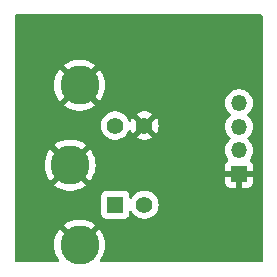
<source format=gbr>
%TF.GenerationSoftware,KiCad,Pcbnew,7.0.7-2.fc38*%
%TF.CreationDate,2023-10-09T11:51:05-07:00*%
%TF.ProjectId,aekii-m3501,61656b69-692d-46d3-9335-30312e6b6963,rev?*%
%TF.SameCoordinates,Original*%
%TF.FileFunction,Copper,L2,Bot*%
%TF.FilePolarity,Positive*%
%FSLAX46Y46*%
G04 Gerber Fmt 4.6, Leading zero omitted, Abs format (unit mm)*
G04 Created by KiCad (PCBNEW 7.0.7-2.fc38) date 2023-10-09 11:51:05*
%MOMM*%
%LPD*%
G01*
G04 APERTURE LIST*
%TA.AperFunction,ComponentPad*%
%ADD10R,1.398000X1.398000*%
%TD*%
%TA.AperFunction,ComponentPad*%
%ADD11C,1.398000*%
%TD*%
%TA.AperFunction,ComponentPad*%
%ADD12C,3.306000*%
%TD*%
%TA.AperFunction,ComponentPad*%
%ADD13R,1.350000X1.350000*%
%TD*%
%TA.AperFunction,ComponentPad*%
%ADD14O,1.350000X1.350000*%
%TD*%
G04 APERTURE END LIST*
D10*
%TO.P,ADB-FEM1,1,1*%
%TO.N,JST-D+*%
X108510000Y-116110000D03*
D11*
%TO.P,ADB-FEM1,2,2*%
%TO.N,VBUS*%
X108510000Y-109410000D03*
%TO.P,ADB-FEM1,3,3*%
%TO.N,JST-D-*%
X111000000Y-116110000D03*
%TO.P,ADB-FEM1,4,4*%
%TO.N,GND*%
X111000000Y-109410000D03*
D12*
%TO.P,ADB-FEM1,5,SH*%
X104700000Y-112760000D03*
%TO.P,ADB-FEM1,6,SH*%
X105510000Y-106000000D03*
%TO.P,ADB-FEM1,7,SH*%
X105510000Y-119520000D03*
%TD*%
D13*
%TO.P,J2,1,Pin_1*%
%TO.N,GND*%
X119000000Y-113500000D03*
D14*
%TO.P,J2,2,Pin_2*%
%TO.N,JST-D-*%
X119000000Y-111500000D03*
%TO.P,J2,3,Pin_3*%
%TO.N,JST-D+*%
X119000000Y-109500000D03*
%TO.P,J2,4,Pin_4*%
%TO.N,VBUS*%
X119000000Y-107500000D03*
%TD*%
%TA.AperFunction,Conductor*%
%TO.N,GND*%
G36*
X120942539Y-100020185D02*
G01*
X120988294Y-100072989D01*
X120999500Y-100124500D01*
X120999500Y-120875500D01*
X120979815Y-120942539D01*
X120927011Y-120988294D01*
X120875500Y-120999500D01*
X107340312Y-120999500D01*
X107273273Y-120979815D01*
X107227518Y-120927011D01*
X107217574Y-120857853D01*
X107239008Y-120803991D01*
X107353863Y-120641278D01*
X107489370Y-120379760D01*
X107588003Y-120102235D01*
X107588008Y-120102218D01*
X107647930Y-119813854D01*
X107647931Y-119813852D01*
X107668030Y-119520000D01*
X107647931Y-119226147D01*
X107647930Y-119226145D01*
X107588008Y-118937781D01*
X107588003Y-118937764D01*
X107489370Y-118660239D01*
X107353863Y-118398721D01*
X107201160Y-118182392D01*
X106580933Y-118802618D01*
X106519610Y-118836103D01*
X106449918Y-118831119D01*
X106401615Y-118798475D01*
X106284687Y-118670210D01*
X106239754Y-118636278D01*
X106198119Y-118580169D01*
X106193428Y-118510457D01*
X106226801Y-118449644D01*
X106845474Y-117830971D01*
X106754493Y-117756953D01*
X106502827Y-117603911D01*
X106232685Y-117486573D01*
X105949069Y-117407107D01*
X105949063Y-117407106D01*
X105657270Y-117367000D01*
X105362730Y-117367000D01*
X105070936Y-117407106D01*
X105070930Y-117407107D01*
X104787314Y-117486573D01*
X104517172Y-117603911D01*
X104265506Y-117756953D01*
X104265505Y-117756954D01*
X104174525Y-117830971D01*
X104793198Y-118449645D01*
X104826683Y-118510968D01*
X104821699Y-118580660D01*
X104780244Y-118636280D01*
X104735314Y-118670209D01*
X104618383Y-118798476D01*
X104558671Y-118834757D01*
X104488824Y-118832996D01*
X104439065Y-118802618D01*
X103818838Y-118182391D01*
X103818837Y-118182391D01*
X103666140Y-118398714D01*
X103666136Y-118398720D01*
X103530629Y-118660239D01*
X103431996Y-118937764D01*
X103431991Y-118937781D01*
X103372069Y-119226145D01*
X103372068Y-119226147D01*
X103351969Y-119519999D01*
X103372068Y-119813852D01*
X103372069Y-119813854D01*
X103431991Y-120102218D01*
X103431996Y-120102235D01*
X103530629Y-120379760D01*
X103666136Y-120641278D01*
X103780992Y-120803991D01*
X103803571Y-120870112D01*
X103786818Y-120937944D01*
X103736052Y-120985950D01*
X103679688Y-120999500D01*
X100124500Y-120999500D01*
X100057461Y-120979815D01*
X100011706Y-120927011D01*
X100000500Y-120875500D01*
X100000500Y-116856870D01*
X107310500Y-116856870D01*
X107310501Y-116856876D01*
X107316908Y-116916483D01*
X107367202Y-117051328D01*
X107367206Y-117051335D01*
X107453452Y-117166544D01*
X107453455Y-117166547D01*
X107568664Y-117252793D01*
X107568671Y-117252797D01*
X107703517Y-117303091D01*
X107703516Y-117303091D01*
X107710444Y-117303835D01*
X107763127Y-117309500D01*
X109256872Y-117309499D01*
X109316483Y-117303091D01*
X109451331Y-117252796D01*
X109566546Y-117166546D01*
X109652796Y-117051331D01*
X109703091Y-116916483D01*
X109709500Y-116856873D01*
X109709499Y-116736580D01*
X109729183Y-116669544D01*
X109781987Y-116623789D01*
X109851145Y-116613845D01*
X109914701Y-116642869D01*
X109944499Y-116681311D01*
X109975795Y-116744161D01*
X110109762Y-116921562D01*
X110251088Y-117050397D01*
X110274043Y-117071323D01*
X110463046Y-117188349D01*
X110463047Y-117188349D01*
X110463048Y-117188350D01*
X110532142Y-117215116D01*
X110670335Y-117268653D01*
X110888850Y-117309500D01*
X110888853Y-117309500D01*
X111111147Y-117309500D01*
X111111150Y-117309500D01*
X111329665Y-117268653D01*
X111536954Y-117188349D01*
X111725957Y-117071323D01*
X111890239Y-116921560D01*
X112024205Y-116744161D01*
X112123292Y-116545166D01*
X112184128Y-116331352D01*
X112204639Y-116110000D01*
X112184128Y-115888648D01*
X112123292Y-115674834D01*
X112024205Y-115475839D01*
X111890239Y-115298440D01*
X111890237Y-115298437D01*
X111725958Y-115148678D01*
X111725957Y-115148677D01*
X111536954Y-115031651D01*
X111536952Y-115031650D01*
X111536951Y-115031649D01*
X111329668Y-114951348D01*
X111329667Y-114951347D01*
X111329665Y-114951347D01*
X111111150Y-114910500D01*
X110888850Y-114910500D01*
X110670335Y-114951347D01*
X110670333Y-114951347D01*
X110670331Y-114951348D01*
X110463048Y-115031649D01*
X110463047Y-115031650D01*
X110274041Y-115148678D01*
X110109762Y-115298437D01*
X109975795Y-115475838D01*
X109944499Y-115538689D01*
X109896996Y-115589926D01*
X109829333Y-115607347D01*
X109762992Y-115585421D01*
X109719038Y-115531110D01*
X109709499Y-115483417D01*
X109709499Y-115363129D01*
X109709498Y-115363123D01*
X109709497Y-115363116D01*
X109703091Y-115303517D01*
X109701197Y-115298440D01*
X109652797Y-115168671D01*
X109652793Y-115168664D01*
X109566547Y-115053455D01*
X109566544Y-115053452D01*
X109451335Y-114967206D01*
X109451328Y-114967202D01*
X109316482Y-114916908D01*
X109316483Y-114916908D01*
X109256883Y-114910501D01*
X109256881Y-114910500D01*
X109256873Y-114910500D01*
X109256864Y-114910500D01*
X107763129Y-114910500D01*
X107763123Y-114910501D01*
X107703516Y-114916908D01*
X107568671Y-114967202D01*
X107568664Y-114967206D01*
X107453455Y-115053452D01*
X107453452Y-115053455D01*
X107367206Y-115168664D01*
X107367202Y-115168671D01*
X107316908Y-115303517D01*
X107310501Y-115363116D01*
X107310501Y-115363123D01*
X107310500Y-115363135D01*
X107310500Y-116856870D01*
X100000500Y-116856870D01*
X100000500Y-112759999D01*
X102541969Y-112759999D01*
X102562068Y-113053852D01*
X102562069Y-113053854D01*
X102621991Y-113342218D01*
X102621996Y-113342235D01*
X102720629Y-113619760D01*
X102856136Y-113881278D01*
X103008838Y-114097606D01*
X103629065Y-113477380D01*
X103690388Y-113443895D01*
X103760080Y-113448879D01*
X103808383Y-113481523D01*
X103922408Y-113606603D01*
X103925314Y-113609790D01*
X103959101Y-113635305D01*
X103970243Y-113643719D01*
X104011879Y-113699828D01*
X104016570Y-113769540D01*
X103983197Y-113830354D01*
X103364524Y-114449027D01*
X103364524Y-114449028D01*
X103455499Y-114523041D01*
X103455503Y-114523044D01*
X103707172Y-114676088D01*
X103977314Y-114793426D01*
X104260930Y-114872892D01*
X104260936Y-114872893D01*
X104552730Y-114913000D01*
X104847270Y-114913000D01*
X105139063Y-114872893D01*
X105139069Y-114872892D01*
X105422685Y-114793426D01*
X105692827Y-114676088D01*
X105944493Y-114523046D01*
X106035474Y-114449027D01*
X105416801Y-113830354D01*
X105383316Y-113769031D01*
X105388300Y-113699339D01*
X105429753Y-113643721D01*
X105474686Y-113609790D01*
X105477592Y-113606603D01*
X105591616Y-113481524D01*
X105651327Y-113445242D01*
X105721174Y-113447003D01*
X105770934Y-113477381D01*
X106391160Y-114097606D01*
X106391161Y-114097606D01*
X106543863Y-113881278D01*
X106679370Y-113619760D01*
X106778003Y-113342235D01*
X106778008Y-113342218D01*
X106837930Y-113053854D01*
X106837931Y-113053852D01*
X106858030Y-112760000D01*
X106837931Y-112466147D01*
X106837930Y-112466145D01*
X106778008Y-112177781D01*
X106778003Y-112177764D01*
X106679370Y-111900239D01*
X106543863Y-111638721D01*
X106445942Y-111500000D01*
X117819464Y-111500000D01*
X117839564Y-111716918D01*
X117839564Y-111716920D01*
X117839565Y-111716923D01*
X117894560Y-111910210D01*
X117899184Y-111926462D01*
X117971215Y-112071119D01*
X117996288Y-112121472D01*
X118038810Y-112177781D01*
X118078049Y-112229741D01*
X118102741Y-112295102D01*
X118088176Y-112363437D01*
X118053406Y-112403735D01*
X117967809Y-112467813D01*
X117881649Y-112582906D01*
X117881645Y-112582913D01*
X117831403Y-112717620D01*
X117831401Y-112717627D01*
X117825000Y-112777155D01*
X117825000Y-113250000D01*
X118489424Y-113250000D01*
X118556463Y-113269685D01*
X118602218Y-113322489D01*
X118612162Y-113391647D01*
X118611897Y-113393397D01*
X118595014Y-113499996D01*
X118595014Y-113500003D01*
X118611897Y-113606603D01*
X118602942Y-113675896D01*
X118557946Y-113729348D01*
X118491194Y-113749987D01*
X118489424Y-113750000D01*
X117825000Y-113750000D01*
X117825000Y-114222844D01*
X117831401Y-114282372D01*
X117831403Y-114282379D01*
X117881645Y-114417086D01*
X117881649Y-114417093D01*
X117967809Y-114532187D01*
X117967812Y-114532190D01*
X118082906Y-114618350D01*
X118082913Y-114618354D01*
X118217620Y-114668596D01*
X118217627Y-114668598D01*
X118277155Y-114674999D01*
X118277172Y-114675000D01*
X118749999Y-114675000D01*
X118750000Y-114010575D01*
X118769685Y-113943536D01*
X118822489Y-113897781D01*
X118891647Y-113887837D01*
X118893331Y-113888091D01*
X118925699Y-113893218D01*
X118968515Y-113900000D01*
X118968519Y-113900000D01*
X119031485Y-113900000D01*
X119074300Y-113893218D01*
X119106602Y-113888102D01*
X119175894Y-113897056D01*
X119229347Y-113942052D01*
X119249987Y-114008803D01*
X119250000Y-114010575D01*
X119250000Y-114675000D01*
X119722828Y-114675000D01*
X119722844Y-114674999D01*
X119782372Y-114668598D01*
X119782379Y-114668596D01*
X119917086Y-114618354D01*
X119917093Y-114618350D01*
X120032187Y-114532190D01*
X120032190Y-114532187D01*
X120118350Y-114417093D01*
X120118354Y-114417086D01*
X120168596Y-114282379D01*
X120168598Y-114282372D01*
X120174999Y-114222844D01*
X120175000Y-114222827D01*
X120175000Y-113750000D01*
X119510576Y-113750000D01*
X119443537Y-113730315D01*
X119397782Y-113677511D01*
X119387838Y-113608353D01*
X119388103Y-113606603D01*
X119404986Y-113500003D01*
X119404986Y-113499996D01*
X119388103Y-113393397D01*
X119397058Y-113324104D01*
X119442054Y-113270652D01*
X119508806Y-113250013D01*
X119510576Y-113250000D01*
X120175000Y-113250000D01*
X120175000Y-112777172D01*
X120174999Y-112777155D01*
X120168598Y-112717627D01*
X120168596Y-112717620D01*
X120118354Y-112582913D01*
X120118350Y-112582906D01*
X120032190Y-112467812D01*
X119946593Y-112403733D01*
X119904723Y-112347799D01*
X119899739Y-112278107D01*
X119921951Y-112229741D01*
X120003712Y-112121472D01*
X120100817Y-111926459D01*
X120160435Y-111716923D01*
X120180536Y-111500000D01*
X120160435Y-111283077D01*
X120100817Y-111073541D01*
X120003712Y-110878528D01*
X119872427Y-110704678D01*
X119872425Y-110704675D01*
X119748427Y-110591637D01*
X119712145Y-110531926D01*
X119713906Y-110462079D01*
X119748427Y-110408363D01*
X119872425Y-110295324D01*
X119872427Y-110295322D01*
X120003712Y-110121472D01*
X120100817Y-109926459D01*
X120160435Y-109716923D01*
X120180536Y-109500000D01*
X120160435Y-109283077D01*
X120100817Y-109073541D01*
X120003712Y-108878528D01*
X119926370Y-108776110D01*
X119872425Y-108704675D01*
X119748427Y-108591637D01*
X119712145Y-108531926D01*
X119713906Y-108462079D01*
X119748427Y-108408363D01*
X119872425Y-108295324D01*
X119872427Y-108295322D01*
X120003712Y-108121472D01*
X120100817Y-107926459D01*
X120160435Y-107716923D01*
X120180536Y-107500000D01*
X120160435Y-107283077D01*
X120100817Y-107073541D01*
X120003712Y-106878528D01*
X119872427Y-106704678D01*
X119853038Y-106687003D01*
X119711433Y-106557913D01*
X119711423Y-106557906D01*
X119526213Y-106443229D01*
X119526207Y-106443226D01*
X119441113Y-106410260D01*
X119323069Y-106364530D01*
X119108926Y-106324500D01*
X118891074Y-106324500D01*
X118676931Y-106364530D01*
X118628130Y-106383435D01*
X118473792Y-106443226D01*
X118473786Y-106443229D01*
X118288576Y-106557906D01*
X118288566Y-106557913D01*
X118127574Y-106704676D01*
X117996288Y-106878527D01*
X117899184Y-107073537D01*
X117839564Y-107283081D01*
X117819464Y-107499999D01*
X117819464Y-107500000D01*
X117839564Y-107716918D01*
X117899184Y-107926462D01*
X117996288Y-108121472D01*
X118127574Y-108295324D01*
X118251572Y-108408363D01*
X118287854Y-108468074D01*
X118286093Y-108537922D01*
X118251572Y-108591637D01*
X118127574Y-108704675D01*
X117996288Y-108878527D01*
X117899184Y-109073537D01*
X117839564Y-109283081D01*
X117819464Y-109499999D01*
X117819464Y-109500000D01*
X117839564Y-109716918D01*
X117839564Y-109716920D01*
X117839565Y-109716923D01*
X117878851Y-109855000D01*
X117899184Y-109926462D01*
X117996288Y-110121472D01*
X118127574Y-110295324D01*
X118251572Y-110408363D01*
X118287854Y-110468074D01*
X118286093Y-110537922D01*
X118251572Y-110591637D01*
X118127574Y-110704675D01*
X117996288Y-110878527D01*
X117899184Y-111073537D01*
X117839564Y-111283081D01*
X117819464Y-111499999D01*
X117819464Y-111500000D01*
X106445942Y-111500000D01*
X106391160Y-111422392D01*
X105770933Y-112042618D01*
X105709610Y-112076103D01*
X105639918Y-112071119D01*
X105591615Y-112038475D01*
X105474687Y-111910210D01*
X105429754Y-111876278D01*
X105388119Y-111820169D01*
X105383428Y-111750457D01*
X105416801Y-111689644D01*
X106035474Y-111070971D01*
X105944493Y-110996953D01*
X105692827Y-110843911D01*
X105422685Y-110726573D01*
X105139069Y-110647107D01*
X105139063Y-110647106D01*
X104847270Y-110607000D01*
X104552730Y-110607000D01*
X104260936Y-110647106D01*
X104260930Y-110647107D01*
X103977314Y-110726573D01*
X103707172Y-110843911D01*
X103455506Y-110996953D01*
X103455505Y-110996954D01*
X103364525Y-111070971D01*
X103983198Y-111689645D01*
X104016683Y-111750968D01*
X104011699Y-111820660D01*
X103970244Y-111876280D01*
X103925314Y-111910209D01*
X103808383Y-112038476D01*
X103748671Y-112074757D01*
X103678824Y-112072996D01*
X103629065Y-112042618D01*
X103008838Y-111422391D01*
X103008837Y-111422391D01*
X102856140Y-111638714D01*
X102856136Y-111638720D01*
X102720629Y-111900239D01*
X102621996Y-112177764D01*
X102621991Y-112177781D01*
X102562069Y-112466145D01*
X102562068Y-112466147D01*
X102541969Y-112759999D01*
X100000500Y-112759999D01*
X100000500Y-109410000D01*
X107305360Y-109410000D01*
X107325871Y-109631351D01*
X107386707Y-109845163D01*
X107386712Y-109845176D01*
X107485795Y-110044161D01*
X107619762Y-110221562D01*
X107700676Y-110295324D01*
X107784043Y-110371323D01*
X107973046Y-110488349D01*
X107973047Y-110488349D01*
X107973048Y-110488350D01*
X108042142Y-110515117D01*
X108180335Y-110568653D01*
X108398850Y-110609500D01*
X108398853Y-110609500D01*
X108621147Y-110609500D01*
X108621150Y-110609500D01*
X108839665Y-110568653D01*
X109046954Y-110488349D01*
X109235957Y-110371323D01*
X109400239Y-110221560D01*
X109534205Y-110044161D01*
X109633292Y-109845166D01*
X109635993Y-109835672D01*
X109673266Y-109776580D01*
X109736574Y-109747019D01*
X109805814Y-109756377D01*
X109859003Y-109801683D01*
X109874524Y-109835663D01*
X109877176Y-109844983D01*
X109877180Y-109844994D01*
X109976224Y-110043900D01*
X109991851Y-110064594D01*
X110428372Y-109628073D01*
X110489695Y-109594588D01*
X110559386Y-109599572D01*
X110612999Y-109638440D01*
X110693905Y-109739892D01*
X110766322Y-109789265D01*
X110810624Y-109843294D01*
X110818682Y-109912698D01*
X110787940Y-109975440D01*
X110784151Y-109979400D01*
X110347397Y-110416153D01*
X110463268Y-110487898D01*
X110463270Y-110487899D01*
X110670473Y-110568169D01*
X110888899Y-110609000D01*
X111111101Y-110609000D01*
X111329525Y-110568169D01*
X111329535Y-110568166D01*
X111536729Y-110487899D01*
X111536731Y-110487898D01*
X111652601Y-110416153D01*
X111218311Y-109981864D01*
X111184826Y-109920541D01*
X111189810Y-109850850D01*
X111231681Y-109794916D01*
X111252192Y-109782463D01*
X111253509Y-109781829D01*
X111351844Y-109690587D01*
X111374372Y-109651566D01*
X111424936Y-109603352D01*
X111493543Y-109590128D01*
X111558408Y-109616095D01*
X111569439Y-109625886D01*
X112008147Y-110064594D01*
X112023776Y-110043898D01*
X112023783Y-110043886D01*
X112122817Y-109844999D01*
X112122825Y-109844979D01*
X112183633Y-109631261D01*
X112183634Y-109631259D01*
X112204136Y-109410000D01*
X112204136Y-109409999D01*
X112183634Y-109188740D01*
X112183633Y-109188738D01*
X112122825Y-108975020D01*
X112122819Y-108975005D01*
X112023781Y-108776110D01*
X112023776Y-108776103D01*
X112008146Y-108755404D01*
X111571626Y-109191924D01*
X111510303Y-109225409D01*
X111440611Y-109220425D01*
X111386998Y-109181556D01*
X111376020Y-109167790D01*
X111306095Y-109080108D01*
X111233674Y-109030732D01*
X111189375Y-108976705D01*
X111181315Y-108907302D01*
X111212058Y-108844559D01*
X111215847Y-108840599D01*
X111652601Y-108403845D01*
X111652600Y-108403844D01*
X111536733Y-108332102D01*
X111536727Y-108332099D01*
X111329526Y-108251830D01*
X111111101Y-108211000D01*
X110888899Y-108211000D01*
X110670474Y-108251830D01*
X110670473Y-108251830D01*
X110463272Y-108332099D01*
X110463266Y-108332103D01*
X110347398Y-108403844D01*
X110347397Y-108403845D01*
X110781688Y-108838135D01*
X110815173Y-108899458D01*
X110810189Y-108969149D01*
X110768318Y-109025083D01*
X110747814Y-109037534D01*
X110746489Y-109038171D01*
X110648156Y-109129412D01*
X110625628Y-109168433D01*
X110575060Y-109216648D01*
X110506453Y-109229870D01*
X110441589Y-109203902D01*
X110430560Y-109194113D01*
X109991852Y-108755404D01*
X109976223Y-108776101D01*
X109877180Y-108975005D01*
X109877174Y-108975022D01*
X109874523Y-108984338D01*
X109837240Y-109043429D01*
X109773928Y-109072983D01*
X109704689Y-109063616D01*
X109651506Y-109018302D01*
X109635994Y-108984333D01*
X109633292Y-108974834D01*
X109630461Y-108969149D01*
X109565224Y-108838135D01*
X109534205Y-108775839D01*
X109400239Y-108598440D01*
X109400237Y-108598437D01*
X109235958Y-108448678D01*
X109235957Y-108448677D01*
X109046954Y-108331651D01*
X109046952Y-108331650D01*
X109046951Y-108331649D01*
X108839668Y-108251348D01*
X108839667Y-108251347D01*
X108839665Y-108251347D01*
X108621150Y-108210500D01*
X108398850Y-108210500D01*
X108180335Y-108251347D01*
X108180333Y-108251347D01*
X108180331Y-108251348D01*
X107973048Y-108331649D01*
X107973047Y-108331650D01*
X107784041Y-108448678D01*
X107619762Y-108598437D01*
X107485795Y-108775838D01*
X107386712Y-108974823D01*
X107386707Y-108974836D01*
X107325871Y-109188648D01*
X107305360Y-109409999D01*
X107305360Y-109410000D01*
X100000500Y-109410000D01*
X100000500Y-105999999D01*
X103351969Y-105999999D01*
X103372068Y-106293852D01*
X103372069Y-106293854D01*
X103431991Y-106582218D01*
X103431996Y-106582235D01*
X103530629Y-106859760D01*
X103666136Y-107121278D01*
X103818838Y-107337606D01*
X104439065Y-106717380D01*
X104500388Y-106683895D01*
X104570080Y-106688879D01*
X104618382Y-106721522D01*
X104735314Y-106849790D01*
X104769101Y-106875305D01*
X104780243Y-106883719D01*
X104821879Y-106939828D01*
X104826570Y-107009540D01*
X104793197Y-107070354D01*
X104174524Y-107689027D01*
X104174524Y-107689028D01*
X104265499Y-107763041D01*
X104265503Y-107763044D01*
X104517172Y-107916088D01*
X104787314Y-108033426D01*
X105070930Y-108112892D01*
X105070936Y-108112893D01*
X105362730Y-108153000D01*
X105657270Y-108153000D01*
X105949063Y-108112893D01*
X105949069Y-108112892D01*
X106232685Y-108033426D01*
X106502827Y-107916088D01*
X106754493Y-107763046D01*
X106845474Y-107689027D01*
X106226801Y-107070354D01*
X106193316Y-107009031D01*
X106198300Y-106939339D01*
X106239753Y-106883721D01*
X106284686Y-106849790D01*
X106401616Y-106721523D01*
X106461327Y-106685242D01*
X106531174Y-106687003D01*
X106580934Y-106717381D01*
X107201160Y-107337606D01*
X107201161Y-107337606D01*
X107353863Y-107121278D01*
X107489370Y-106859760D01*
X107588003Y-106582235D01*
X107588008Y-106582218D01*
X107647930Y-106293854D01*
X107647931Y-106293852D01*
X107668030Y-106000000D01*
X107647931Y-105706147D01*
X107647930Y-105706145D01*
X107588008Y-105417781D01*
X107588003Y-105417764D01*
X107489370Y-105140239D01*
X107353863Y-104878721D01*
X107201160Y-104662392D01*
X106580933Y-105282618D01*
X106519610Y-105316103D01*
X106449918Y-105311119D01*
X106401615Y-105278475D01*
X106284687Y-105150210D01*
X106239754Y-105116278D01*
X106198119Y-105060169D01*
X106193428Y-104990457D01*
X106226801Y-104929644D01*
X106845474Y-104310971D01*
X106754493Y-104236953D01*
X106502827Y-104083911D01*
X106232685Y-103966573D01*
X105949069Y-103887107D01*
X105949063Y-103887106D01*
X105657270Y-103847000D01*
X105362730Y-103847000D01*
X105070936Y-103887106D01*
X105070930Y-103887107D01*
X104787314Y-103966573D01*
X104517172Y-104083911D01*
X104265506Y-104236953D01*
X104265505Y-104236954D01*
X104174525Y-104310971D01*
X104793198Y-104929645D01*
X104826683Y-104990968D01*
X104821699Y-105060660D01*
X104780244Y-105116280D01*
X104735314Y-105150209D01*
X104618383Y-105278476D01*
X104558671Y-105314757D01*
X104488824Y-105312996D01*
X104439065Y-105282618D01*
X103818838Y-104662391D01*
X103818837Y-104662391D01*
X103666140Y-104878714D01*
X103666136Y-104878720D01*
X103530629Y-105140239D01*
X103431996Y-105417764D01*
X103431991Y-105417781D01*
X103372069Y-105706145D01*
X103372068Y-105706147D01*
X103351969Y-105999999D01*
X100000500Y-105999999D01*
X100000500Y-100124500D01*
X100020185Y-100057461D01*
X100072989Y-100011706D01*
X100124500Y-100000500D01*
X120875500Y-100000500D01*
X120942539Y-100020185D01*
G37*
%TD.AperFunction*%
%TD*%
M02*

</source>
